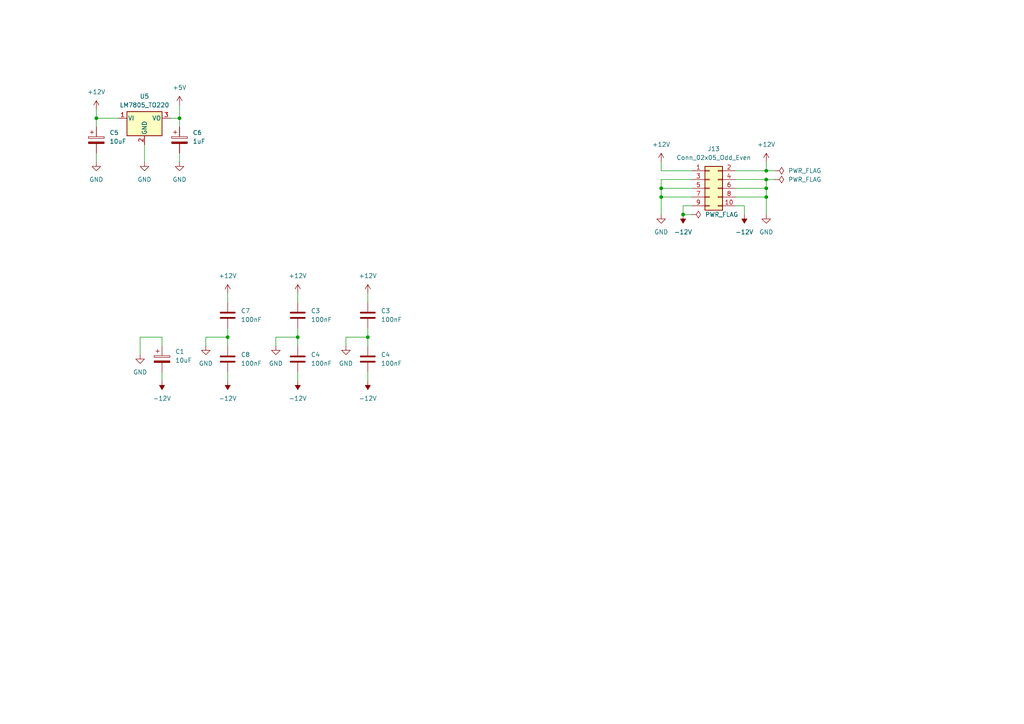
<source format=kicad_sch>
(kicad_sch (version 20230121) (generator eeschema)
  (paper "A4")
  (lib_symbols
    (symbol "Connector_Generic:Conn_02x05_Odd_Even" (pin_names (offset 1.016) hide)
      (property "Reference" "J" (at 1.27 7.62 0))
      (property "Value" "Conn_02x05_Odd_Even" (at 1.27 -7.62 0))
      (symbol "Conn_02x05_Odd_Even_1_1"
        (rectangle (start -1.27 -4.953) (end 0 -5.207) (stroke (width 0.1524)))
        (rectangle (start -1.27 -2.413) (end 0 -2.667) (stroke (width 0.1524)))
        (rectangle (start -1.27 0.127) (end 0 -0.127) (stroke (width 0.1524)))
        (rectangle (start -1.27 2.667) (end 0 2.413) (stroke (width 0.1524)))
        (rectangle (start -1.27 5.207) (end 0 4.953) (stroke (width 0.1524)))
        (rectangle (start -1.27 6.35) (end 3.81 -6.35) (stroke (width 0.254)) (fill (type background)))
        (rectangle (start 3.81 -4.953) (end 2.54 -5.207) (stroke (width 0.1524)))
        (rectangle (start 3.81 -2.413) (end 2.54 -2.667) (stroke (width 0.1524)))
        (rectangle (start 3.81 0.127) (end 2.54 -0.127) (stroke (width 0.1524)))
        (rectangle (start 3.81 2.667) (end 2.54 2.413) (stroke (width 0.1524)))
        (rectangle (start 3.81 5.207) (end 2.54 4.953) (stroke (width 0.1524)))
        (pin passive line (at -5.08 5.08 0) (length 3.81) (name "Pin_1") (number "1"))
        (pin passive line (at 7.62 -5.08 180) (length 3.81) (name "Pin_10") (number "10"))
        (pin passive line (at 7.62 5.08 180) (length 3.81) (name "Pin_2") (number "2"))
        (pin passive line (at -5.08 2.54 0) (length 3.81) (name "Pin_3") (number "3"))
        (pin passive line (at 7.62 2.54 180) (length 3.81) (name "Pin_4") (number "4"))
        (pin passive line (at -5.08 0 0) (length 3.81) (name "Pin_5") (number "5"))
        (pin passive line (at 7.62 0 180) (length 3.81) (name "Pin_6") (number "6"))
        (pin passive line (at -5.08 -2.54 0) (length 3.81) (name "Pin_7") (number "7"))
        (pin passive line (at 7.62 -2.54 180) (length 3.81) (name "Pin_8") (number "8"))
        (pin passive line (at -5.08 -5.08 0) (length 3.81) (name "Pin_9") (number "9"))
      )
    )
    (symbol "Device:C" (pin_numbers hide) (pin_names (offset 0.254))
      (property "Reference" "C" (at 0.635 2.54 0))
      (property "Value" "C" (at 0.635 -2.54 0))
      (symbol "C_0_1"
        (polyline (pts (xy -2.032 -0.762) (xy 2.032 -0.762)) (stroke (width 0.508)))
        (polyline (pts (xy -2.032 0.762) (xy 2.032 0.762)) (stroke (width 0.508)))
      )
      (symbol "C_1_1"
        (pin passive line (at 0 3.81 270) (length 2.794) (name "~") (number "1"))
        (pin passive line (at 0 -3.81 90) (length 2.794) (name "~") (number "2"))
      )
    )
    (symbol "Device:C_Polarized" (pin_numbers hide) (pin_names (offset 0.254))
      (property "Reference" "C" (at 0.635 2.54 0))
      (property "Value" "C_Polarized" (at 0.635 -2.54 0))
      (symbol "C_Polarized_0_1"
        (rectangle (start -2.286 0.508) (end 2.286 1.016))
        (polyline (pts (xy -1.778 2.286) (xy -0.762 2.286)))
        (polyline (pts (xy -1.27 2.794) (xy -1.27 1.778)))
        (rectangle (start 2.286 -0.508) (end -2.286 -1.016) (fill (type outline)))
      )
      (symbol "C_Polarized_1_1"
        (pin passive line (at 0 3.81 270) (length 2.794) (name "~") (number "1"))
        (pin passive line (at 0 -3.81 90) (length 2.794) (name "~") (number "2"))
      )
    )
    (symbol "Regulator_Linear:LM7805_TO220" (pin_names (offset 0.254))
      (property "Reference" "U" (at -3.81 3.175 0))
      (property "Value" "LM7805_TO220" (at 0 3.175 0))
      (symbol "LM7805_TO220_0_1"
        (rectangle (start -5.08 1.905) (end 5.08 -5.08) (stroke (width 0.254)) (fill (type background)))
      )
      (symbol "LM7805_TO220_1_1"
        (pin power_in line (at -7.62 0 0) (length 2.54) (name "VI") (number "1"))
        (pin power_in line (at 0 -7.62 90) (length 2.54) (name "GND") (number "2"))
        (pin power_out line (at 7.62 0 180) (length 2.54) (name "VO") (number "3"))
      )
    )
    (symbol "power:+12V" (power) (pin_names (offset 0))
      (property "Value" "+12V" (at 0 3.556 0))
      (symbol "+12V_0_1"
        (polyline (pts (xy -0.762 1.27) (xy 0 2.54)))
        (polyline (pts (xy 0 0) (xy 0 2.54)))
        (polyline (pts (xy 0 2.54) (xy 0.762 1.27)))
      )
      (symbol "+12V_1_1"
        (pin power_in line (at 0 0 90) (length 0) hide (name "+12V") (number "1"))
      )
    )
    (symbol "power:+5V" (power) (pin_names (offset 0))
      (property "Value" "+5V" (at 0 3.556 0))
      (symbol "+5V_0_1"
        (polyline (pts (xy -0.762 1.27) (xy 0 2.54)))
        (polyline (pts (xy 0 0) (xy 0 2.54)))
        (polyline (pts (xy 0 2.54) (xy 0.762 1.27)))
      )
      (symbol "+5V_1_1"
        (pin power_in line (at 0 0 90) (length 0) hide (name "+5V") (number "1"))
      )
    )
    (symbol "power:-12V" (power) (pin_names (offset 0))
      (property "Value" "-12V" (at 0 3.81 0))
      (symbol "-12V_0_0"
        (pin power_in line (at 0 0 90) (length 0) hide (name "-12V") (number "1"))
      )
      (symbol "-12V_0_1"
        (polyline (pts (xy 0 0) (xy 0 1.27) (xy 0.762 1.27) (xy 0 2.54) (xy -0.762 1.27) (xy 0 1.27)) (fill (type outline)))
      )
    )
    (symbol "power:GND" (power) (pin_names (offset 0))
      (property "Value" "GND" (at 0 -3.81 0))
      (symbol "GND_0_1"
        (polyline (pts (xy 0 0) (xy 0 -1.27) (xy 1.27 -1.27) (xy 0 -2.54) (xy -1.27 -1.27) (xy 0 -1.27)))
      )
      (symbol "GND_1_1"
        (pin power_in line (at 0 0 270) (length 0) hide (name "GND") (number "1"))
      )
    )
    (symbol "power:PWR_FLAG" (power) (pin_numbers hide) (pin_names (offset 0) hide)
      (property "Value" "PWR_FLAG" (at 0 3.81 0))
      (symbol "PWR_FLAG_0_0"
        (pin power_out line (at 0 0 90) (length 0) (name "pwr") (number "1"))
      )
      (symbol "PWR_FLAG_0_1"
        (polyline (pts (xy 0 0) (xy 0 1.27) (xy -1.016 1.905) (xy 0 2.54) (xy 1.016 1.905) (xy 0 1.27)))
      )
    )
  )
  (junction (at 66.04 97.79))
  (junction (at 52.07 34.29))
  (junction (at 86.36 97.79))
  (junction (at 222.25 49.53))
  (junction (at 222.25 52.07))
  (junction (at 191.77 54.61))
  (junction (at 198.12 62.23))
  (junction (at 27.94 34.29))
  (junction (at 222.25 54.61))
  (junction (at 222.25 57.15))
  (junction (at 191.77 57.15))
  (junction (at 106.68 97.79))
  (wire (pts (xy 191.77 54.61) (xy 191.77 57.15)))
  (wire (pts (xy 80.01 100.33) (xy 80.01 97.79)))
  (wire (pts (xy 27.94 34.29) (xy 27.94 36.83)))
  (wire (pts (xy 40.64 97.79) (xy 40.64 102.87)))
  (wire (pts (xy 49.53 34.29) (xy 52.07 34.29)))
  (wire (pts (xy 222.25 49.53) (xy 224.79 49.53)))
  (wire (pts (xy 106.68 107.95) (xy 106.68 110.49)))
  (wire (pts (xy 52.07 34.29) (xy 52.07 36.83)))
  (wire (pts (xy 66.04 85.09) (xy 66.04 87.63)))
  (wire (pts (xy 80.01 97.79) (xy 86.36 97.79)))
  (wire (pts (xy 191.77 49.53) (xy 200.66 49.53)))
  (wire (pts (xy 34.29 34.29) (xy 27.94 34.29)))
  (wire (pts (xy 59.69 100.33) (xy 59.69 97.79)))
  (wire (pts (xy 66.04 107.95) (xy 66.04 110.49)))
  (wire (pts (xy 191.77 52.07) (xy 200.66 52.07)))
  (wire (pts (xy 191.77 54.61) (xy 200.66 54.61)))
  (wire (pts (xy 59.69 97.79) (xy 66.04 97.79)))
  (wire (pts (xy 191.77 57.15) (xy 191.77 62.23)))
  (wire (pts (xy 106.68 85.09) (xy 106.68 87.63)))
  (wire (pts (xy 222.25 54.61) (xy 222.25 57.15)))
  (wire (pts (xy 198.12 59.69) (xy 200.66 59.69)))
  (wire (pts (xy 46.99 100.33) (xy 46.99 97.79)))
  (wire (pts (xy 213.36 49.53) (xy 222.25 49.53)))
  (wire (pts (xy 213.36 59.69) (xy 215.9 59.69)))
  (wire (pts (xy 41.91 41.91) (xy 41.91 46.99)))
  (wire (pts (xy 100.33 100.33) (xy 100.33 97.79)))
  (wire (pts (xy 86.36 95.25) (xy 86.36 97.79)))
  (wire (pts (xy 100.33 97.79) (xy 106.68 97.79)))
  (wire (pts (xy 66.04 97.79) (xy 66.04 100.33)))
  (wire (pts (xy 66.04 95.25) (xy 66.04 97.79)))
  (wire (pts (xy 86.36 97.79) (xy 86.36 100.33)))
  (wire (pts (xy 27.94 31.75) (xy 27.94 34.29)))
  (wire (pts (xy 106.68 97.79) (xy 106.68 100.33)))
  (wire (pts (xy 213.36 54.61) (xy 222.25 54.61)))
  (wire (pts (xy 86.36 107.95) (xy 86.36 110.49)))
  (wire (pts (xy 52.07 30.48) (xy 52.07 34.29)))
  (wire (pts (xy 191.77 52.07) (xy 191.77 54.61)))
  (wire (pts (xy 191.77 57.15) (xy 200.66 57.15)))
  (wire (pts (xy 198.12 62.23) (xy 200.66 62.23)))
  (wire (pts (xy 191.77 49.53) (xy 191.77 46.99)))
  (wire (pts (xy 213.36 52.07) (xy 222.25 52.07)))
  (wire (pts (xy 27.94 44.45) (xy 27.94 46.99)))
  (wire (pts (xy 222.25 52.07) (xy 224.79 52.07)))
  (wire (pts (xy 52.07 44.45) (xy 52.07 46.99)))
  (wire (pts (xy 198.12 59.69) (xy 198.12 62.23)))
  (wire (pts (xy 46.99 97.79) (xy 40.64 97.79)))
  (wire (pts (xy 46.99 107.95) (xy 46.99 110.49)))
  (wire (pts (xy 86.36 85.09) (xy 86.36 87.63)))
  (wire (pts (xy 106.68 95.25) (xy 106.68 97.79)))
  (wire (pts (xy 222.25 52.07) (xy 222.25 54.61)))
  (wire (pts (xy 222.25 49.53) (xy 222.25 46.99)))
  (wire (pts (xy 215.9 59.69) (xy 215.9 62.23)))
  (wire (pts (xy 222.25 57.15) (xy 222.25 62.23)))
  (wire (pts (xy 213.36 57.15) (xy 222.25 57.15)))
  (symbol (lib_id "power:+12V") (at 27.94 31.75 0) (unit 1)
    (property "Reference" "#PWR023" (effects hide))
    (property "Value" "+12V" (at 27.94 26.67 0))
    (instances (project "CV-Gate-Expander" (path "" (reference "#PWR023") (unit 1)) (path "" (reference "#PWR019") (unit 1))))
  )
  (symbol (lib_id "power:GND") (at 191.77 62.23 0) (unit 1)
    (property "Reference" "#PWR054" (effects hide))
    (property "Value" "GND" (at 191.77 67.31 0))
    (instances (project "VCO" (path "" (reference "#PWR054") (unit 1))) (project "Sequencer" (path "" (reference "#PWR063") (unit 1))) (project "CV-Gate-Expander" (path "" (reference "#PWR036") (unit 1))))
  )
  (symbol (lib_id "Device:C") (at 86.36 91.44 180) (unit 1)
    (property "Reference" "C3" (at 90.17 90.17 0) (effects (justify right)))
    (property "Value" "100nF" (at 90.17 92.71 0) (effects (justify right)))
    (property "Footprint" "Capacitor_THT:C_Disc_D5.0mm_W2.5mm_P2.50mm" (effects hide))
    (instances (project "CV-Gate-Expander" (path "" (reference "C3") (unit 1)) (path "" (reference "C7") (unit 1))))
  )
  (symbol (lib_id "power:GND") (at 27.94 46.99 0) (unit 1)
    (property "Reference" "#PWR019" (effects hide))
    (property "Value" "GND" (at 27.94 52.07 0))
    (instances (project "CV-Gate-Expander" (path "" (reference "#PWR019") (unit 1)) (path "" (reference "#PWR020") (unit 1))))
  )
  (symbol (lib_id "power:-12V") (at 106.68 110.49 180) (unit 1)
    (property "Reference" "#PWR014" (effects hide))
    (property "Value" "-12V" (at 106.68 115.57 0))
    (instances (project "CV-Gate-Expander" (path "" (reference "#PWR014") (unit 1)) (path "" (reference "#PWR034") (unit 1))))
  )
  (symbol (lib_id "power:-12V") (at 215.9 62.23 180) (unit 1)
    (property "Reference" "#PWR056" (effects hide))
    (property "Value" "-12V" (at 215.9 67.31 0))
    (instances (project "VCO" (path "" (reference "#PWR056") (unit 1))) (project "Sequencer" (path "" (reference "#PWR065") (unit 1))) (project "CV-Gate-Expander" (path "" (reference "#PWR038") (unit 1))))
  )
  (symbol (lib_id "power:+12V") (at 222.25 46.99 0) (unit 1)
    (property "Reference" "#PWR057" (effects hide))
    (property "Value" "+12V" (at 222.25 41.91 0))
    (instances (project "VCO" (path "" (reference "#PWR057") (unit 1))) (project "Sequencer" (path "" (reference "#PWR066") (unit 1))) (project "CV-Gate-Expander" (path "" (reference "#PWR039") (unit 1))))
  )
  (symbol (lib_id "power:GND") (at 40.64 102.87 0) (unit 1)
    (property "Reference" "#PWR01" (effects hide))
    (property "Value" "GND" (at 40.64 107.95 0))
    (instances (project "CV-Gate-Expander" (path "" (reference "#PWR01") (unit 1)) (path "" (reference "#PWR021") (unit 1))))
  )
  (symbol (lib_id "Connector_Generic:Conn_02x05_Odd_Even") (at 205.74 54.61 0) (unit 1)
    (property "Reference" "J13" (at 207.01 43.18 0))
    (property "Value" "Conn_02x05_Odd_Even" (at 207.01 45.72 0))
    (property "Footprint" "Connector_PinHeader_2.54mm:PinHeader_2x05_P2.54mm_Vertical" (effects hide))
    (instances (project "VCO" (path "" (reference "J13") (unit 1)) (path "" (reference "J11") (unit 1))) (project "Sequencer" (path "" (reference "J1") (unit 1))) (project "CV-Gate-Expander" (path "" (reference "J1") (unit 1))))
  )
  (symbol (lib_id "Device:C_Polarized") (at 27.94 40.64 0) (unit 1)
    (property "Reference" "C5" (at 31.75 38.481 0) (effects (justify left)))
    (property "Value" "10uF" (at 31.75 41.021 0) (effects (justify left)))
    (property "Footprint" "Capacitor_THT:CP_Radial_D7.5mm_P2.50mm" (effects hide))
    (instances (project "CV-Gate-Expander" (path "" (reference "C5") (unit 1)) (path "" (reference "C2") (unit 1))))
  )
  (symbol (lib_id "power:+12V") (at 66.04 85.09 0) (unit 1)
    (property "Reference" "#PWR029" (effects hide))
    (property "Value" "+12V" (at 66.04 80.01 0))
    (instances (project "CV-Gate-Expander" (path "" (reference "#PWR029") (unit 1)) (path "" (reference "#PWR027") (unit 1))))
  )
  (symbol (lib_id "power:+5V") (at 52.07 30.48 0) (unit 1)
    (property "Reference" "#PWR022" (effects hide))
    (property "Value" "+5V" (at 52.07 25.4 0))
    (instances (project "CV-Gate-Expander" (path "" (reference "#PWR022") (unit 1)) (path "" (reference "#PWR024") (unit 1))))
  )
  (symbol (lib_id "power:-12V") (at 66.04 110.49 180) (unit 1)
    (property "Reference" "#PWR030" (effects hide))
    (property "Value" "-12V" (at 66.04 115.57 0))
    (instances (project "CV-Gate-Expander" (path "" (reference "#PWR030") (unit 1)) (path "" (reference "#PWR028") (unit 1))))
  )
  (symbol (lib_id "power:+12V") (at 106.68 85.09 0) (unit 1)
    (property "Reference" "#PWR015" (effects hide))
    (property "Value" "+12V" (at 106.68 80.01 0))
    (instances (project "CV-Gate-Expander" (path "" (reference "#PWR015") (unit 1)) (path "" (reference "#PWR033") (unit 1))))
  )
  (symbol (lib_id "Device:C") (at 86.36 104.14 180) (unit 1)
    (property "Reference" "C4" (at 90.17 102.87 0) (effects (justify right)))
    (property "Value" "100nF" (at 90.17 105.41 0) (effects (justify right)))
    (property "Footprint" "Capacitor_THT:C_Disc_D5.0mm_W2.5mm_P2.50mm" (effects hide))
    (instances (project "CV-Gate-Expander" (path "" (reference "C4") (unit 1)) (path "" (reference "C8") (unit 1))))
  )
  (symbol (lib_id "power:-12V") (at 46.99 110.49 180) (unit 1)
    (property "Reference" "#PWR02" (effects hide))
    (property "Value" "-12V" (at 46.99 115.57 0))
    (instances (project "CV-Gate-Expander" (path "" (reference "#PWR02") (unit 1)) (path "" (reference "#PWR023") (unit 1))))
  )
  (symbol (lib_id "power:GND") (at 80.01 100.33 0) (unit 1)
    (property "Reference" "#PWR016" (effects hide))
    (property "Value" "GND" (at 80.01 105.41 0))
    (instances (project "CV-Gate-Expander" (path "" (reference "#PWR016") (unit 1)) (path "" (reference "#PWR029") (unit 1))))
  )
  (symbol (lib_id "power:-12V") (at 86.36 110.49 180) (unit 1)
    (property "Reference" "#PWR014" (effects hide))
    (property "Value" "-12V" (at 86.36 115.57 0))
    (instances (project "CV-Gate-Expander" (path "" (reference "#PWR014") (unit 1)) (path "" (reference "#PWR031") (unit 1))))
  )
  (symbol (lib_id "Regulator_Linear:LM7805_TO220") (at 41.91 34.29 0) (unit 1)
    (property "Reference" "U5" (at 41.91 27.94 0))
    (property "Value" "LM7805_TO220" (at 41.91 30.48 0))
    (property "Footprint" "Package_TO_SOT_THT:TO-220-3_Vertical" (effects hide))
    (property "Datasheet" "https://www.onsemi.cn/PowerSolutions/document/MC7800-D.PDF" (effects hide))
    (instances (project "CV-Gate-Expander" (path "" (reference "U5") (unit 1)) (path "" (reference "U4") (unit 1))))
  )
  (symbol (lib_id "Device:C") (at 106.68 91.44 180) (unit 1)
    (property "Reference" "C3" (at 110.49 90.17 0) (effects (justify right)))
    (property "Value" "100nF" (at 110.49 92.71 0) (effects (justify right)))
    (property "Footprint" "Capacitor_THT:C_Disc_D5.0mm_W2.5mm_P2.50mm" (effects hide))
    (instances (project "CV-Gate-Expander" (path "" (reference "C3") (unit 1)) (path "" (reference "C9") (unit 1))))
  )
  (symbol (lib_id "power:+12V") (at 191.77 46.99 0) (unit 1)
    (property "Reference" "#PWR053" (effects hide))
    (property "Value" "+12V" (at 191.77 41.91 0))
    (instances (project "VCO" (path "" (reference "#PWR053") (unit 1))) (project "Sequencer" (path "" (reference "#PWR062") (unit 1))) (project "CV-Gate-Expander" (path "" (reference "#PWR035") (unit 1))))
  )
  (symbol (lib_id "Device:C") (at 66.04 104.14 180) (unit 1)
    (property "Reference" "C8" (at 69.85 102.87 0) (effects (justify right)))
    (property "Value" "100nF" (at 69.85 105.41 0) (effects (justify right)))
    (property "Footprint" "Capacitor_THT:C_Disc_D5.0mm_W2.5mm_P2.50mm" (effects hide))
    (instances (project "CV-Gate-Expander" (path "" (reference "C8") (unit 1)) (path "" (reference "C6") (unit 1))))
  )
  (symbol (lib_id "power:GND") (at 222.25 62.23 0) (unit 1)
    (property "Reference" "#PWR058" (effects hide))
    (property "Value" "GND" (at 222.25 67.31 0))
    (instances (project "VCO" (path "" (reference "#PWR058") (unit 1))) (project "Sequencer" (path "" (reference "#PWR067") (unit 1))) (project "CV-Gate-Expander" (path "" (reference "#PWR040") (unit 1))))
  )
  (symbol (lib_id "power:GND") (at 52.07 46.99 0) (unit 1)
    (property "Reference" "#PWR021" (effects hide))
    (property "Value" "GND" (at 52.07 52.07 0))
    (instances (project "CV-Gate-Expander" (path "" (reference "#PWR021") (unit 1)) (path "" (reference "#PWR025") (unit 1))))
  )
  (symbol (lib_id "power:PWR_FLAG") (at 224.79 52.07 270) (unit 1)
    (property "Reference" "#FLG03" (effects hide))
    (property "Value" "PWR_FLAG" (at 228.6 52.07 90) (effects (justify left)))
  )
  (symbol (lib_id "Device:C") (at 106.68 104.14 180) (unit 1)
    (property "Reference" "C4" (at 110.49 102.87 0) (effects (justify right)))
    (property "Value" "100nF" (at 110.49 105.41 0) (effects (justify right)))
    (property "Footprint" "Capacitor_THT:C_Disc_D5.0mm_W2.5mm_P2.50mm" (effects hide))
    (instances (project "CV-Gate-Expander" (path "" (reference "C4") (unit 1)) (path "" (reference "C10") (unit 1))))
  )
  (symbol (lib_id "power:PWR_FLAG") (at 224.79 49.53 270) (unit 1)
    (property "Reference" "#FLG02" (effects hide))
    (property "Value" "PWR_FLAG" (at 228.6 49.53 90) (effects (justify left)))
  )
  (symbol (lib_id "power:GND") (at 100.33 100.33 0) (unit 1)
    (property "Reference" "#PWR016" (effects hide))
    (property "Value" "GND" (at 100.33 105.41 0))
    (instances (project "CV-Gate-Expander" (path "" (reference "#PWR016") (unit 1)) (path "" (reference "#PWR032") (unit 1))))
  )
  (symbol (lib_id "power:+12V") (at 86.36 85.09 0) (unit 1)
    (property "Reference" "#PWR015" (effects hide))
    (property "Value" "+12V" (at 86.36 80.01 0))
    (instances (project "CV-Gate-Expander" (path "" (reference "#PWR015") (unit 1)) (path "" (reference "#PWR030") (unit 1))))
  )
  (symbol (lib_id "power:GND") (at 59.69 100.33 0) (unit 1)
    (property "Reference" "#PWR028" (effects hide))
    (property "Value" "GND" (at 59.69 105.41 0))
    (instances (project "CV-Gate-Expander" (path "" (reference "#PWR028") (unit 1)) (path "" (reference "#PWR026") (unit 1))))
  )
  (symbol (lib_id "power:-12V") (at 198.12 62.23 180) (unit 1)
    (property "Reference" "#PWR055" (effects hide))
    (property "Value" "-12V" (at 198.12 67.31 0))
    (instances (project "VCO" (path "" (reference "#PWR055") (unit 1))) (project "Sequencer" (path "" (reference "#PWR064") (unit 1))) (project "CV-Gate-Expander" (path "" (reference "#PWR037") (unit 1))))
  )
  (symbol (lib_id "power:PWR_FLAG") (at 200.66 62.23 270) (unit 1)
    (property "Reference" "#FLG01" (effects hide))
    (property "Value" "PWR_FLAG" (at 204.47 62.23 90) (effects (justify left)))
  )
  (symbol (lib_id "Device:C") (at 66.04 91.44 180) (unit 1)
    (property "Reference" "C7" (at 69.85 90.17 0) (effects (justify right)))
    (property "Value" "100nF" (at 69.85 92.71 0) (effects (justify right)))
    (property "Footprint" "Capacitor_THT:C_Disc_D5.0mm_W2.5mm_P2.50mm" (effects hide))
    (instances (project "CV-Gate-Expander" (path "" (reference "C7") (unit 1)) (path "" (reference "C5") (unit 1))))
  )
  (symbol (lib_id "Device:C_Polarized") (at 52.07 40.64 0) (unit 1)
    (property "Reference" "C6" (at 55.88 38.481 0) (effects (justify left)))
    (property "Value" "1uF" (at 55.88 41.021 0) (effects (justify left)))
    (property "Footprint" "Capacitor_THT:CP_Radial_D5.0mm_P2.50mm" (effects hide))
    (instances (project "CV-Gate-Expander" (path "" (reference "C6") (unit 1)) (path "" (reference "C4") (unit 1))))
  )
  (symbol (lib_id "power:GND") (at 41.91 46.99 0) (unit 1)
    (property "Reference" "#PWR020" (effects hide))
    (property "Value" "GND" (at 41.91 52.07 0))
    (instances (project "CV-Gate-Expander" (path "" (reference "#PWR020") (unit 1)) (path "" (reference "#PWR022") (unit 1))))
  )
  (symbol (lib_id "Device:C_Polarized") (at 46.99 104.14 0) (unit 1)
    (property "Reference" "C1" (at 50.8 101.981 0) (effects (justify left)))
    (property "Value" "10uF" (at 50.8 104.521 0) (effects (justify left)))
    (property "Footprint" "Capacitor_THT:CP_Radial_D7.5mm_P2.50mm" (effects hide))
    (instances (project "CV-Gate-Expander" (path "" (reference "C1") (unit 1)) (path "" (reference "C3") (unit 1))))
  )
)
</source>
